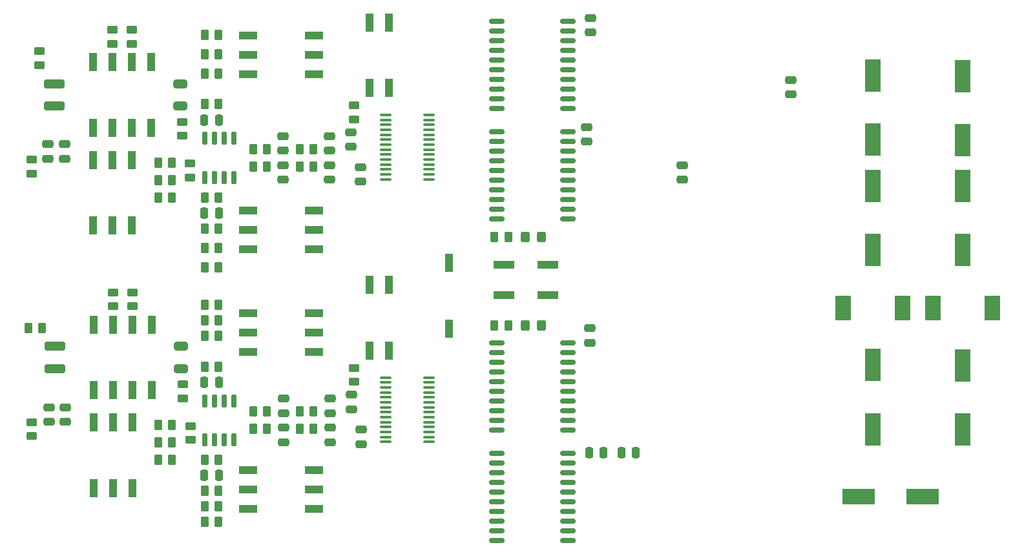
<source format=gtp>
G04 #@! TF.GenerationSoftware,KiCad,Pcbnew,8.0.1*
G04 #@! TF.CreationDate,2024-10-20T11:35:17+02:00*
G04 #@! TF.ProjectId,MISRC_v2.2,4d495352-435f-4763-922e-322e6b696361,0.3*
G04 #@! TF.SameCoordinates,Original*
G04 #@! TF.FileFunction,Paste,Top*
G04 #@! TF.FilePolarity,Positive*
%FSLAX46Y46*%
G04 Gerber Fmt 4.6, Leading zero omitted, Abs format (unit mm)*
G04 Created by KiCad (PCBNEW 8.0.1) date 2024-10-20 11:35:17*
%MOMM*%
%LPD*%
G01*
G04 APERTURE LIST*
G04 Aperture macros list*
%AMRoundRect*
0 Rectangle with rounded corners*
0 $1 Rounding radius*
0 $2 $3 $4 $5 $6 $7 $8 $9 X,Y pos of 4 corners*
0 Add a 4 corners polygon primitive as box body*
4,1,4,$2,$3,$4,$5,$6,$7,$8,$9,$2,$3,0*
0 Add four circle primitives for the rounded corners*
1,1,$1+$1,$2,$3*
1,1,$1+$1,$4,$5*
1,1,$1+$1,$6,$7*
1,1,$1+$1,$8,$9*
0 Add four rect primitives between the rounded corners*
20,1,$1+$1,$2,$3,$4,$5,0*
20,1,$1+$1,$4,$5,$6,$7,0*
20,1,$1+$1,$6,$7,$8,$9,0*
20,1,$1+$1,$8,$9,$2,$3,0*%
G04 Aperture macros list end*
%ADD10R,2.150000X4.300000*%
%ADD11RoundRect,0.250000X-0.475000X0.250000X-0.475000X-0.250000X0.475000X-0.250000X0.475000X0.250000X0*%
%ADD12RoundRect,0.250000X-0.262500X-0.450000X0.262500X-0.450000X0.262500X0.450000X-0.262500X0.450000X0*%
%ADD13R,2.440000X1.120000*%
%ADD14RoundRect,0.250000X-0.325000X-0.450000X0.325000X-0.450000X0.325000X0.450000X-0.325000X0.450000X0*%
%ADD15RoundRect,0.250000X0.250000X0.475000X-0.250000X0.475000X-0.250000X-0.475000X0.250000X-0.475000X0*%
%ADD16RoundRect,0.250000X1.100000X-0.325000X1.100000X0.325000X-1.100000X0.325000X-1.100000X-0.325000X0*%
%ADD17RoundRect,0.250000X-0.450000X0.262500X-0.450000X-0.262500X0.450000X-0.262500X0.450000X0.262500X0*%
%ADD18RoundRect,0.250000X0.450000X-0.262500X0.450000X0.262500X-0.450000X0.262500X-0.450000X-0.262500X0*%
%ADD19RoundRect,0.250000X0.262500X0.450000X-0.262500X0.450000X-0.262500X-0.450000X0.262500X-0.450000X0*%
%ADD20RoundRect,0.100000X-0.637500X-0.100000X0.637500X-0.100000X0.637500X0.100000X-0.637500X0.100000X0*%
%ADD21RoundRect,0.250000X-0.250000X-0.475000X0.250000X-0.475000X0.250000X0.475000X-0.250000X0.475000X0*%
%ADD22RoundRect,0.150000X-0.875000X-0.150000X0.875000X-0.150000X0.875000X0.150000X-0.875000X0.150000X0*%
%ADD23R,4.300000X2.150000*%
%ADD24R,2.000000X3.200000*%
%ADD25R,1.120000X2.440000*%
%ADD26RoundRect,0.250000X0.475000X-0.250000X0.475000X0.250000X-0.475000X0.250000X-0.475000X-0.250000X0*%
%ADD27R,2.750000X1.000000*%
%ADD28RoundRect,0.250000X-0.650000X0.325000X-0.650000X-0.325000X0.650000X-0.325000X0.650000X0.325000X0*%
%ADD29RoundRect,0.150000X0.150000X-0.725000X0.150000X0.725000X-0.150000X0.725000X-0.150000X-0.725000X0*%
G04 APERTURE END LIST*
D10*
X188500000Y-111500000D03*
X188500000Y-119900000D03*
D11*
X117348000Y-119700000D03*
X117348000Y-121600000D03*
D12*
X107291500Y-119888000D03*
X109116500Y-119888000D03*
D11*
X163500000Y-85300000D03*
X163500000Y-87200000D03*
X111252000Y-115890000D03*
X111252000Y-117790000D03*
D12*
X100928500Y-68173600D03*
X102753500Y-68173600D03*
D13*
X106640000Y-104670000D03*
X106640000Y-107210000D03*
X106640000Y-109750000D03*
X115250000Y-109750000D03*
X115250000Y-107210000D03*
X115250000Y-104670000D03*
D12*
X100928500Y-73253600D03*
X102753500Y-73253600D03*
X77827500Y-106680000D03*
X79652500Y-106680000D03*
D14*
X142984000Y-94742000D03*
X145034000Y-94742000D03*
D12*
X100941500Y-128016000D03*
X102766500Y-128016000D03*
D15*
X157450000Y-123000000D03*
X155550000Y-123000000D03*
D16*
X81280000Y-111965000D03*
X81280000Y-109015000D03*
D17*
X98031000Y-79605500D03*
X98031000Y-81430500D03*
D18*
X91427000Y-69365500D03*
X91427000Y-67540500D03*
D19*
X96657500Y-84963000D03*
X94832500Y-84963000D03*
X96657500Y-87249000D03*
X94832500Y-87249000D03*
D17*
X99060000Y-119483500D03*
X99060000Y-121308500D03*
D20*
X124645500Y-113123000D03*
X124645500Y-113773000D03*
X124645500Y-114423000D03*
X124645500Y-115073000D03*
X124645500Y-115723000D03*
X124645500Y-116373000D03*
X124645500Y-117023000D03*
X124645500Y-117673000D03*
X124645500Y-118323000D03*
X124645500Y-118973000D03*
X124645500Y-119623000D03*
X124645500Y-120273000D03*
X124645500Y-120923000D03*
X124645500Y-121573000D03*
X130370500Y-121573000D03*
X130370500Y-120923000D03*
X130370500Y-120273000D03*
X130370500Y-119623000D03*
X130370500Y-118973000D03*
X130370500Y-118323000D03*
X130370500Y-117673000D03*
X130370500Y-117023000D03*
X130370500Y-116373000D03*
X130370500Y-115723000D03*
X130370500Y-115073000D03*
X130370500Y-114423000D03*
X130370500Y-113773000D03*
X130370500Y-113123000D03*
D17*
X99047000Y-85066500D03*
X99047000Y-86891500D03*
D21*
X100904000Y-113792000D03*
X102804000Y-113792000D03*
D22*
X139241000Y-66421000D03*
X139241000Y-67691000D03*
X139241000Y-68961000D03*
X139241000Y-70231000D03*
X139241000Y-71501000D03*
X139241000Y-72771000D03*
X139241000Y-74041000D03*
X139241000Y-75311000D03*
X139241000Y-76581000D03*
X139241000Y-77851000D03*
X148541000Y-77851000D03*
X148541000Y-76581000D03*
X148541000Y-75311000D03*
X148541000Y-74041000D03*
X148541000Y-72771000D03*
X148541000Y-71501000D03*
X148541000Y-70231000D03*
X148541000Y-68961000D03*
X148541000Y-67691000D03*
X148541000Y-66421000D03*
D11*
X120129000Y-80965000D03*
X120129000Y-82865000D03*
D21*
X100891000Y-79375000D03*
X102791000Y-79375000D03*
D12*
X100928500Y-89535000D03*
X102753500Y-89535000D03*
D22*
X139241000Y-80899000D03*
X139241000Y-82169000D03*
X139241000Y-83439000D03*
X139241000Y-84709000D03*
X139241000Y-85979000D03*
X139241000Y-87249000D03*
X139241000Y-88519000D03*
X139241000Y-89789000D03*
X139241000Y-91059000D03*
X139241000Y-92329000D03*
X148541000Y-92329000D03*
X148541000Y-91059000D03*
X148541000Y-89789000D03*
X148541000Y-88519000D03*
X148541000Y-87249000D03*
X148541000Y-85979000D03*
X148541000Y-84709000D03*
X148541000Y-83439000D03*
X148541000Y-82169000D03*
X148541000Y-80899000D03*
D23*
X195000000Y-128750000D03*
X186600000Y-128750000D03*
D12*
X113387500Y-119888000D03*
X115212500Y-119888000D03*
D24*
X192400000Y-104000000D03*
X184600000Y-104000000D03*
D13*
X106661166Y-125271166D03*
X106661166Y-127811166D03*
X106661166Y-130351166D03*
X115271166Y-130351166D03*
X115271166Y-127811166D03*
X115271166Y-125271166D03*
D10*
X200250000Y-111550000D03*
X200250000Y-119950000D03*
D19*
X96670500Y-119380000D03*
X94845500Y-119380000D03*
X140739500Y-106299000D03*
X138914500Y-106299000D03*
X96670500Y-121666000D03*
X94845500Y-121666000D03*
D11*
X111239000Y-81473000D03*
X111239000Y-83373000D03*
D22*
X139241000Y-123063000D03*
X139241000Y-124333000D03*
X139241000Y-125603000D03*
X139241000Y-126873000D03*
X139241000Y-128143000D03*
X139241000Y-129413000D03*
X139241000Y-130683000D03*
X139241000Y-131953000D03*
X139241000Y-133223000D03*
X139241000Y-134493000D03*
X148541000Y-134493000D03*
X148541000Y-133223000D03*
X148541000Y-131953000D03*
X148541000Y-130683000D03*
X148541000Y-129413000D03*
X148541000Y-128143000D03*
X148541000Y-126873000D03*
X148541000Y-125603000D03*
X148541000Y-124333000D03*
X148541000Y-123063000D03*
D12*
X100928500Y-93599000D03*
X102753500Y-93599000D03*
D25*
X86347000Y-80378000D03*
X88887000Y-80378000D03*
X91427000Y-80378000D03*
X93967000Y-80378000D03*
X93967000Y-71768000D03*
X91427000Y-71768000D03*
X88887000Y-71768000D03*
X86347000Y-71768000D03*
D18*
X120510000Y-79271500D03*
X120510000Y-77446500D03*
D14*
X142984000Y-106299000D03*
X145034000Y-106299000D03*
D24*
X196350000Y-104000000D03*
X204150000Y-104000000D03*
D18*
X88900000Y-103782500D03*
X88900000Y-101957500D03*
D16*
X81267000Y-77548000D03*
X81267000Y-74598000D03*
D12*
X100941500Y-123952000D03*
X102766500Y-123952000D03*
X100941500Y-103600000D03*
X102766500Y-103600000D03*
D25*
X125095000Y-100978000D03*
X122555000Y-100978000D03*
X122555000Y-109588000D03*
X125095000Y-109588000D03*
D26*
X121399000Y-87437000D03*
X121399000Y-85537000D03*
D12*
X107278500Y-85471000D03*
X109103500Y-85471000D03*
D11*
X111252000Y-119700000D03*
X111252000Y-121600000D03*
X120142000Y-115382000D03*
X120142000Y-117282000D03*
X111239000Y-85283000D03*
X111239000Y-87183000D03*
D26*
X177750000Y-76000000D03*
X177750000Y-74100000D03*
D12*
X100928500Y-70713600D03*
X102753500Y-70713600D03*
X100941500Y-107650000D03*
X102766500Y-107650000D03*
D19*
X96657500Y-89535000D03*
X94832500Y-89535000D03*
D12*
X113374500Y-85471000D03*
X115199500Y-85471000D03*
D10*
X188500000Y-81950000D03*
X188500000Y-73550000D03*
D22*
X139241000Y-108585000D03*
X139241000Y-109855000D03*
X139241000Y-111125000D03*
X139241000Y-112395000D03*
X139241000Y-113665000D03*
X139241000Y-114935000D03*
X139241000Y-116205000D03*
X139241000Y-117475000D03*
X139241000Y-118745000D03*
X139241000Y-120015000D03*
X148541000Y-120015000D03*
X148541000Y-118745000D03*
X148541000Y-117475000D03*
X148541000Y-116205000D03*
X148541000Y-114935000D03*
X148541000Y-113665000D03*
X148541000Y-112395000D03*
X148541000Y-111125000D03*
X148541000Y-109855000D03*
X148541000Y-108585000D03*
D13*
X106640000Y-68250000D03*
X106640000Y-70790000D03*
X106640000Y-73330000D03*
X115250000Y-73330000D03*
X115250000Y-70790000D03*
X115250000Y-68250000D03*
D26*
X82677000Y-118933000D03*
X82677000Y-117033000D03*
D21*
X100904000Y-125984000D03*
X102804000Y-125984000D03*
D19*
X96670500Y-123952000D03*
X94845500Y-123952000D03*
D12*
X100928500Y-98679000D03*
X102753500Y-98679000D03*
X107291500Y-117602000D03*
X109116500Y-117602000D03*
D10*
X188500000Y-96400000D03*
X188500000Y-88000000D03*
X200250000Y-96400000D03*
X200250000Y-88000000D03*
D12*
X107278500Y-83185000D03*
X109103500Y-83185000D03*
D25*
X133000000Y-98100000D03*
X133000000Y-106710000D03*
D27*
X145882000Y-102330000D03*
X140122000Y-102330000D03*
X145882000Y-98330000D03*
X140122000Y-98330000D03*
D11*
X151003000Y-80269000D03*
X151003000Y-82169000D03*
D28*
X97790000Y-109015000D03*
X97790000Y-111965000D03*
D26*
X82550000Y-84450000D03*
X82550000Y-82550000D03*
D17*
X79250000Y-70337500D03*
X79250000Y-72162500D03*
D12*
X100928500Y-96139000D03*
X102753500Y-96139000D03*
D11*
X117348000Y-115890000D03*
X117348000Y-117790000D03*
D21*
X151300000Y-123000000D03*
X153200000Y-123000000D03*
D12*
X100941500Y-132050000D03*
X102766500Y-132050000D03*
X113374500Y-83185000D03*
X115199500Y-83185000D03*
D10*
X200250000Y-82000000D03*
X200250000Y-73600000D03*
D17*
X78232000Y-84558500D03*
X78232000Y-86383500D03*
D25*
X86360000Y-114795000D03*
X88900000Y-114795000D03*
X91440000Y-114795000D03*
X93980000Y-114795000D03*
X93980000Y-106185000D03*
X91440000Y-106185000D03*
X88900000Y-106185000D03*
X86360000Y-106185000D03*
D17*
X98044000Y-114022500D03*
X98044000Y-115847500D03*
D26*
X80391000Y-84450000D03*
X80391000Y-82550000D03*
D25*
X91427000Y-84608000D03*
X88887000Y-84608000D03*
X86347000Y-84608000D03*
X86347000Y-93218000D03*
X88887000Y-93218000D03*
X91427000Y-93218000D03*
D12*
X100941500Y-105600000D03*
X102766500Y-105600000D03*
D18*
X91440000Y-103782500D03*
X91440000Y-101957500D03*
D29*
X100965000Y-86903000D03*
X102235000Y-86903000D03*
X103505000Y-86903000D03*
X104775000Y-86903000D03*
X104775000Y-81753000D03*
X103505000Y-81753000D03*
X102235000Y-81753000D03*
X100965000Y-81753000D03*
D11*
X117335000Y-85283000D03*
X117335000Y-87183000D03*
D20*
X124632500Y-78706000D03*
X124632500Y-79356000D03*
X124632500Y-80006000D03*
X124632500Y-80656000D03*
X124632500Y-81306000D03*
X124632500Y-81956000D03*
X124632500Y-82606000D03*
X124632500Y-83256000D03*
X124632500Y-83906000D03*
X124632500Y-84556000D03*
X124632500Y-85206000D03*
X124632500Y-85856000D03*
X124632500Y-86506000D03*
X124632500Y-87156000D03*
X130357500Y-87156000D03*
X130357500Y-86506000D03*
X130357500Y-85856000D03*
X130357500Y-85206000D03*
X130357500Y-84556000D03*
X130357500Y-83906000D03*
X130357500Y-83256000D03*
X130357500Y-82606000D03*
X130357500Y-81956000D03*
X130357500Y-81306000D03*
X130357500Y-80656000D03*
X130357500Y-80006000D03*
X130357500Y-79356000D03*
X130357500Y-78706000D03*
D18*
X88887000Y-69365500D03*
X88887000Y-67540500D03*
D12*
X113387500Y-117602000D03*
X115212500Y-117602000D03*
X100925000Y-77250000D03*
X102750000Y-77250000D03*
D25*
X125082000Y-66561000D03*
X122542000Y-66561000D03*
X122542000Y-75171000D03*
X125082000Y-75171000D03*
D26*
X151400000Y-108550000D03*
X151400000Y-106650000D03*
D29*
X100965000Y-121320000D03*
X102235000Y-121320000D03*
X103505000Y-121320000D03*
X104775000Y-121320000D03*
X104775000Y-116170000D03*
X103505000Y-116170000D03*
X102235000Y-116170000D03*
X100965000Y-116170000D03*
D13*
X106640000Y-91250000D03*
X106640000Y-93790000D03*
X106640000Y-96330000D03*
X115250000Y-96330000D03*
X115250000Y-93790000D03*
X115250000Y-91250000D03*
D25*
X91440000Y-119025000D03*
X88900000Y-119025000D03*
X86360000Y-119025000D03*
X86360000Y-127635000D03*
X88900000Y-127635000D03*
X91440000Y-127635000D03*
D19*
X140739500Y-94742000D03*
X138914500Y-94742000D03*
D17*
X78232000Y-118999000D03*
X78232000Y-120824000D03*
D12*
X100941500Y-130000000D03*
X102766500Y-130000000D03*
D18*
X120523000Y-113688500D03*
X120523000Y-111863500D03*
D26*
X121412000Y-121854000D03*
X121412000Y-119954000D03*
X80518000Y-118933000D03*
X80518000Y-117033000D03*
D11*
X151500000Y-66000000D03*
X151500000Y-67900000D03*
D21*
X100891000Y-91567000D03*
X102791000Y-91567000D03*
D28*
X97777000Y-74598000D03*
X97777000Y-77548000D03*
D11*
X117335000Y-81473000D03*
X117335000Y-83373000D03*
D12*
X100937500Y-111700000D03*
X102762500Y-111700000D03*
M02*

</source>
